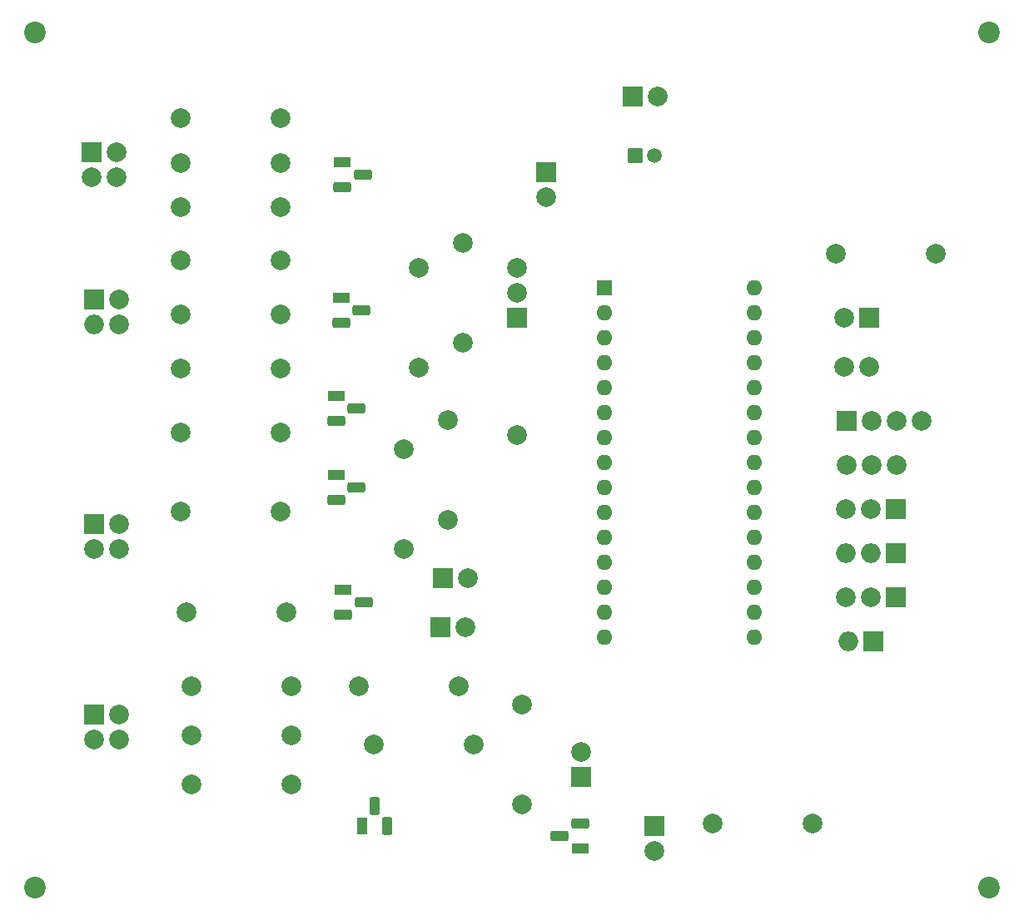
<source format=gbr>
%TF.GenerationSoftware,KiCad,Pcbnew,8.0.6*%
%TF.CreationDate,2024-12-04T16:16:46+01:00*%
%TF.ProjectId,smart home,736d6172-7420-4686-9f6d-652e6b696361,rev?*%
%TF.SameCoordinates,Original*%
%TF.FileFunction,Soldermask,Top*%
%TF.FilePolarity,Negative*%
%FSLAX46Y46*%
G04 Gerber Fmt 4.6, Leading zero omitted, Abs format (unit mm)*
G04 Created by KiCad (PCBNEW 8.0.6) date 2024-12-04 16:16:46*
%MOMM*%
%LPD*%
G01*
G04 APERTURE LIST*
G04 Aperture macros list*
%AMRoundRect*
0 Rectangle with rounded corners*
0 $1 Rounding radius*
0 $2 $3 $4 $5 $6 $7 $8 $9 X,Y pos of 4 corners*
0 Add a 4 corners polygon primitive as box body*
4,1,4,$2,$3,$4,$5,$6,$7,$8,$9,$2,$3,0*
0 Add four circle primitives for the rounded corners*
1,1,$1+$1,$2,$3*
1,1,$1+$1,$4,$5*
1,1,$1+$1,$6,$7*
1,1,$1+$1,$8,$9*
0 Add four rect primitives between the rounded corners*
20,1,$1+$1,$2,$3,$4,$5,0*
20,1,$1+$1,$4,$5,$6,$7,0*
20,1,$1+$1,$6,$7,$8,$9,0*
20,1,$1+$1,$8,$9,$2,$3,0*%
G04 Aperture macros list end*
%ADD10C,2.000000*%
%ADD11R,2.000000X2.000000*%
%ADD12R,1.800000X1.100000*%
%ADD13RoundRect,0.275000X0.625000X-0.275000X0.625000X0.275000X-0.625000X0.275000X-0.625000X-0.275000X0*%
%ADD14O,2.000000X2.000000*%
%ADD15R,1.100000X1.800000*%
%ADD16RoundRect,0.275000X-0.275000X-0.625000X0.275000X-0.625000X0.275000X0.625000X-0.275000X0.625000X0*%
%ADD17C,2.200000*%
%ADD18RoundRect,0.275000X-0.625000X0.275000X-0.625000X-0.275000X0.625000X-0.275000X0.625000X0.275000X0*%
%ADD19R,1.600000X1.600000*%
%ADD20O,1.600000X1.600000*%
%ADD21C,1.504000*%
%ADD22RoundRect,0.102000X-0.650000X-0.650000X0.650000X-0.650000X0.650000X0.650000X-0.650000X0.650000X0*%
G04 APERTURE END LIST*
D10*
%TO.C,R9*%
X38280000Y-46230000D03*
X48440000Y-46230000D03*
%TD*%
D11*
%TO.C,RGB1*%
X29250000Y-35210000D03*
D10*
X29250000Y-37750000D03*
X31790000Y-35210000D03*
X31790000Y-37750000D03*
%TD*%
%TO.C,R7*%
X38280000Y-57230000D03*
X48440000Y-57230000D03*
%TD*%
D11*
%TO.C,RGB4*%
X29460000Y-92460000D03*
D10*
X29460000Y-95000000D03*
X32000000Y-92460000D03*
X32000000Y-95000000D03*
%TD*%
D12*
%TO.C,Q3*%
X78900000Y-106040000D03*
D13*
X76830000Y-104770000D03*
X78900000Y-103500000D03*
%TD*%
D11*
%TO.C,SW6*%
X108775000Y-85000000D03*
D14*
X106235000Y-85000000D03*
%TD*%
D11*
%TO.C,M1*%
X86500000Y-103725000D03*
D10*
X86500000Y-106265000D03*
%TD*%
%TO.C,R20*%
X115080000Y-45500000D03*
X104920000Y-45500000D03*
%TD*%
D11*
%TO.C,BT1*%
X84225000Y-29500000D03*
D10*
X86765000Y-29500000D03*
%TD*%
%TO.C,R6*%
X38280000Y-40730000D03*
X48440000Y-40730000D03*
%TD*%
%TO.C,R24*%
X38280000Y-51730000D03*
X48440000Y-51730000D03*
%TD*%
%TO.C,RV3B1*%
X111080000Y-67000000D03*
X106000000Y-67000000D03*
X108540000Y-67000000D03*
%TD*%
D15*
%TO.C,Q9*%
X56730000Y-103760000D03*
D16*
X58000000Y-101690000D03*
X59270000Y-103760000D03*
%TD*%
D11*
%TO.C,LCD_20x1*%
X106000000Y-62500000D03*
D10*
X108540000Y-62500000D03*
X111080000Y-62500000D03*
X113620000Y-62500000D03*
%TD*%
D17*
%TO.C,H1*%
X120500000Y-23000000D03*
%TD*%
D11*
%TO.C,SW4*%
X64725000Y-83500000D03*
D10*
X67265000Y-83500000D03*
%TD*%
D11*
%TO.C,SW1*%
X64960000Y-78500000D03*
D10*
X67500000Y-78500000D03*
%TD*%
D12*
%TO.C,Q6*%
X54100000Y-60000000D03*
D18*
X56170000Y-61270000D03*
X54100000Y-62540000D03*
%TD*%
D10*
%TO.C,R2*%
X62500000Y-57080000D03*
X62500000Y-46920000D03*
%TD*%
D11*
%TO.C,RGB3*%
X29500000Y-73000000D03*
D10*
X29500000Y-75540000D03*
X32040000Y-73000000D03*
X32040000Y-75540000D03*
%TD*%
%TO.C,R1*%
X67000000Y-54580000D03*
X67000000Y-44420000D03*
%TD*%
%TO.C,R23*%
X108275000Y-57000000D03*
X105735000Y-57000000D03*
%TD*%
D11*
%TO.C,RV3R1*%
X111040000Y-76000000D03*
D14*
X105960000Y-76000000D03*
X108500000Y-76000000D03*
%TD*%
D12*
%TO.C,Q7*%
X54100000Y-68000000D03*
D18*
X56170000Y-69270000D03*
X54100000Y-70540000D03*
%TD*%
D12*
%TO.C,Q1*%
X54740000Y-36230000D03*
D18*
X56810000Y-37500000D03*
X54740000Y-38770000D03*
%TD*%
D11*
%TO.C,RGB2*%
X29460000Y-50210000D03*
D14*
X29460000Y-52750000D03*
D10*
X32000000Y-50210000D03*
X32000000Y-52750000D03*
%TD*%
%TO.C,R11*%
X61000000Y-65420000D03*
X61000000Y-75580000D03*
%TD*%
D11*
%TO.C,RV3G1*%
X111025000Y-71500000D03*
D10*
X105945000Y-71500000D03*
X108485000Y-71500000D03*
%TD*%
%TO.C,R13*%
X38280000Y-71730000D03*
X48440000Y-71730000D03*
%TD*%
%TO.C,R17*%
X102580000Y-103500000D03*
X92420000Y-103500000D03*
%TD*%
D11*
%TO.C,SW2*%
X79000000Y-98775000D03*
D10*
X79000000Y-96235000D03*
%TD*%
D17*
%TO.C,H3*%
X23500000Y-110000000D03*
%TD*%
%TO.C,H4*%
X23500000Y-23000000D03*
%TD*%
D10*
%TO.C,R15*%
X49080000Y-82000000D03*
X38920000Y-82000000D03*
%TD*%
%TO.C,R10*%
X65500000Y-62420000D03*
X65500000Y-72580000D03*
%TD*%
%TO.C,R19*%
X39420000Y-99500000D03*
X49580000Y-99500000D03*
%TD*%
D11*
%TO.C,HC\u2013SR505PIR1*%
X72500000Y-52025000D03*
D10*
X72500000Y-49485000D03*
X72500000Y-46945000D03*
%TD*%
D11*
%TO.C,SW5*%
X75500000Y-37225000D03*
D10*
X75500000Y-39765000D03*
%TD*%
%TO.C,R16*%
X57920000Y-95500000D03*
X68080000Y-95500000D03*
%TD*%
D12*
%TO.C,Q8*%
X54830000Y-79730000D03*
D18*
X56900000Y-81000000D03*
X54830000Y-82270000D03*
%TD*%
D10*
%TO.C,R8*%
X39420000Y-94500000D03*
X49580000Y-94500000D03*
%TD*%
%TO.C,SW7*%
X72500000Y-64000000D03*
%TD*%
%TO.C,R12*%
X38280000Y-63730000D03*
X48440000Y-63730000D03*
%TD*%
D19*
%TO.C,A1*%
X81390000Y-48950000D03*
D20*
X81390000Y-51490000D03*
X81390000Y-54030000D03*
X81390000Y-56570000D03*
X81390000Y-59110000D03*
X81390000Y-61650000D03*
X81390000Y-64190000D03*
X81390000Y-66730000D03*
X81390000Y-69270000D03*
X81390000Y-71810000D03*
X81390000Y-74350000D03*
X81390000Y-76890000D03*
X81390000Y-79430000D03*
X81390000Y-81970000D03*
X81390000Y-84510000D03*
X96630000Y-84510000D03*
X96630000Y-81970000D03*
X96630000Y-79430000D03*
X96630000Y-76890000D03*
X96630000Y-74350000D03*
X96630000Y-71810000D03*
X96630000Y-69270000D03*
X96630000Y-66730000D03*
X96630000Y-64190000D03*
X96630000Y-61650000D03*
X96630000Y-59110000D03*
X96630000Y-56570000D03*
X96630000Y-54030000D03*
X96630000Y-51490000D03*
X96630000Y-48950000D03*
%TD*%
D10*
%TO.C,R18*%
X39420000Y-89500000D03*
X49580000Y-89500000D03*
%TD*%
%TO.C,R3*%
X73000000Y-91420000D03*
X73000000Y-101580000D03*
%TD*%
D11*
%TO.C,SW9*%
X108275000Y-52000000D03*
D10*
X105735000Y-52000000D03*
%TD*%
%TO.C,R4*%
X38280000Y-31730000D03*
X48440000Y-31730000D03*
%TD*%
D21*
%TO.C,C1*%
X86500000Y-35500000D03*
D22*
X84500000Y-35500000D03*
%TD*%
D10*
%TO.C,R14*%
X56420000Y-89500000D03*
X66580000Y-89500000D03*
%TD*%
D17*
%TO.C,H2*%
X120500000Y-110000000D03*
%TD*%
D11*
%TO.C,RV1*%
X111040000Y-80500000D03*
D10*
X105960000Y-80500000D03*
X108500000Y-80500000D03*
%TD*%
D12*
%TO.C,Q2*%
X54600000Y-50000000D03*
D18*
X56670000Y-51270000D03*
X54600000Y-52540000D03*
%TD*%
D10*
%TO.C,R5*%
X38280000Y-36280000D03*
X48440000Y-36280000D03*
%TD*%
M02*

</source>
